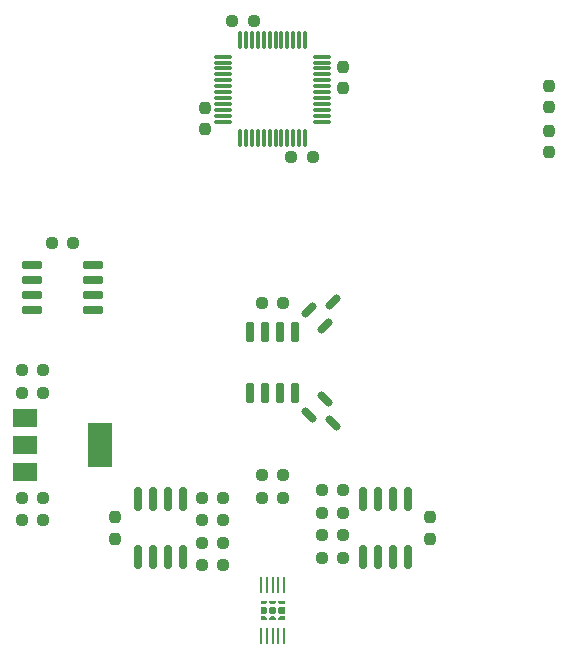
<source format=gtp>
G04 #@! TF.GenerationSoftware,KiCad,Pcbnew,(6.0.0)*
G04 #@! TF.CreationDate,2025-05-03T15:15:18+02:00*
G04 #@! TF.ProjectId,Smart Servo Control Board Rev.2,536d6172-7420-4536-9572-766f20436f6e,rev?*
G04 #@! TF.SameCoordinates,Original*
G04 #@! TF.FileFunction,Paste,Top*
G04 #@! TF.FilePolarity,Positive*
%FSLAX46Y46*%
G04 Gerber Fmt 4.6, Leading zero omitted, Abs format (unit mm)*
G04 Created by KiCad (PCBNEW (6.0.0)) date 2025-05-03 15:15:18*
%MOMM*%
%LPD*%
G01*
G04 APERTURE LIST*
G04 Aperture macros list*
%AMRoundRect*
0 Rectangle with rounded corners*
0 $1 Rounding radius*
0 $2 $3 $4 $5 $6 $7 $8 $9 X,Y pos of 4 corners*
0 Add a 4 corners polygon primitive as box body*
4,1,4,$2,$3,$4,$5,$6,$7,$8,$9,$2,$3,0*
0 Add four circle primitives for the rounded corners*
1,1,$1+$1,$2,$3*
1,1,$1+$1,$4,$5*
1,1,$1+$1,$6,$7*
1,1,$1+$1,$8,$9*
0 Add four rect primitives between the rounded corners*
20,1,$1+$1,$2,$3,$4,$5,0*
20,1,$1+$1,$4,$5,$6,$7,0*
20,1,$1+$1,$6,$7,$8,$9,0*
20,1,$1+$1,$8,$9,$2,$3,0*%
G04 Aperture macros list end*
%ADD10RoundRect,0.237500X-0.250000X-0.237500X0.250000X-0.237500X0.250000X0.237500X-0.250000X0.237500X0*%
%ADD11RoundRect,0.237500X-0.237500X0.250000X-0.237500X-0.250000X0.237500X-0.250000X0.237500X0.250000X0*%
%ADD12RoundRect,0.150000X0.150000X-0.825000X0.150000X0.825000X-0.150000X0.825000X-0.150000X-0.825000X0*%
%ADD13RoundRect,0.150000X-0.725000X-0.150000X0.725000X-0.150000X0.725000X0.150000X-0.725000X0.150000X0*%
%ADD14RoundRect,0.237500X0.250000X0.237500X-0.250000X0.237500X-0.250000X-0.237500X0.250000X-0.237500X0*%
%ADD15RoundRect,0.150000X-0.521491X0.309359X0.309359X-0.521491X0.521491X-0.309359X-0.309359X0.521491X0*%
%ADD16RoundRect,0.237500X0.237500X-0.250000X0.237500X0.250000X-0.237500X0.250000X-0.237500X-0.250000X0*%
%ADD17RoundRect,0.150000X-0.150000X0.825000X-0.150000X-0.825000X0.150000X-0.825000X0.150000X0.825000X0*%
%ADD18RoundRect,0.075000X0.662500X0.075000X-0.662500X0.075000X-0.662500X-0.075000X0.662500X-0.075000X0*%
%ADD19RoundRect,0.075000X0.075000X0.662500X-0.075000X0.662500X-0.075000X-0.662500X0.075000X-0.662500X0*%
%ADD20RoundRect,0.150000X-0.309359X-0.521491X0.521491X0.309359X0.309359X0.521491X-0.521491X-0.309359X0*%
%ADD21R,2.000000X1.500000*%
%ADD22R,2.000000X3.800000*%
%ADD23RoundRect,0.150000X-0.150000X0.725000X-0.150000X-0.725000X0.150000X-0.725000X0.150000X0.725000X0*%
%ADD24R,0.270000X1.411200*%
G04 APERTURE END LIST*
G36*
X176326220Y-104633549D02*
G01*
X176326220Y-104783498D01*
X175738820Y-104783498D01*
X175738820Y-104633549D01*
X175880241Y-104492128D01*
X176184799Y-104492128D01*
X176326220Y-104633549D01*
G37*
G36*
X175538820Y-103363307D02*
G01*
X175397399Y-103504728D01*
X175017450Y-103504728D01*
X175017450Y-103213358D01*
X175538820Y-103213358D01*
X175538820Y-103363307D01*
G37*
G36*
X175538820Y-103846149D02*
G01*
X175538820Y-104150707D01*
X175397399Y-104292128D01*
X175017450Y-104292128D01*
X175017450Y-103704728D01*
X175397399Y-103704728D01*
X175538820Y-103846149D01*
G37*
G36*
X177047590Y-103504728D02*
G01*
X176667641Y-103504728D01*
X176526220Y-103363307D01*
X176526220Y-103213358D01*
X177047590Y-103213358D01*
X177047590Y-103504728D01*
G37*
G36*
X176326220Y-103363307D02*
G01*
X176184799Y-103504728D01*
X175880241Y-103504728D01*
X175738820Y-103363307D01*
X175738820Y-103213358D01*
X176326220Y-103213358D01*
X176326220Y-103363307D01*
G37*
G36*
X176326220Y-103846149D02*
G01*
X176326220Y-104150707D01*
X176184799Y-104292128D01*
X175880241Y-104292128D01*
X175738820Y-104150707D01*
X175738820Y-103846149D01*
X175880241Y-103704728D01*
X176184799Y-103704728D01*
X176326220Y-103846149D01*
G37*
G36*
X177047590Y-104783498D02*
G01*
X176526220Y-104783498D01*
X176526220Y-104633549D01*
X176667641Y-104492128D01*
X177047590Y-104492128D01*
X177047590Y-104783498D01*
G37*
G36*
X175538820Y-104633549D02*
G01*
X175538820Y-104783498D01*
X175017450Y-104783498D01*
X175017450Y-104492128D01*
X175397399Y-104492128D01*
X175538820Y-104633549D01*
G37*
G36*
X177047590Y-104292128D02*
G01*
X176667641Y-104292128D01*
X176526220Y-104150707D01*
X176526220Y-103846149D01*
X176667641Y-103704728D01*
X177047590Y-103704728D01*
X177047590Y-104292128D01*
G37*
D10*
X157340020Y-72883428D03*
X159165020Y-72883428D03*
X175120020Y-77963428D03*
X176945020Y-77963428D03*
X180200020Y-93838428D03*
X182025020Y-93838428D03*
D11*
X162697520Y-96100928D03*
X162697520Y-97925928D03*
D10*
X180200020Y-97648428D03*
X182025020Y-97648428D03*
D12*
X183652520Y-99488428D03*
X184922520Y-99488428D03*
X186192520Y-99488428D03*
X187462520Y-99488428D03*
X187462520Y-94538428D03*
X186192520Y-94538428D03*
X184922520Y-94538428D03*
X183652520Y-94538428D03*
D10*
X154800020Y-96378428D03*
X156625020Y-96378428D03*
D13*
X155677520Y-74788428D03*
X155677520Y-76058428D03*
X155677520Y-77328428D03*
X155677520Y-78598428D03*
X160827520Y-78598428D03*
X160827520Y-77328428D03*
X160827520Y-76058428D03*
X160827520Y-74788428D03*
D14*
X171865020Y-100188428D03*
X170040020Y-100188428D03*
D15*
X180486359Y-86153764D03*
X179142856Y-87497267D03*
X181140433Y-88151341D03*
D14*
X182025020Y-95743428D03*
X180200020Y-95743428D03*
D16*
X199457520Y-61420928D03*
X199457520Y-59595928D03*
D14*
X171865020Y-96378428D03*
X170040020Y-96378428D03*
D17*
X168412520Y-94538428D03*
X167142520Y-94538428D03*
X165872520Y-94538428D03*
X164602520Y-94538428D03*
X164602520Y-99488428D03*
X165872520Y-99488428D03*
X167142520Y-99488428D03*
X168412520Y-99488428D03*
D10*
X154800020Y-94473428D03*
X156625020Y-94473428D03*
D14*
X182025020Y-99553428D03*
X180200020Y-99553428D03*
D10*
X177620020Y-65628428D03*
X179445020Y-65628428D03*
D11*
X199457520Y-63405928D03*
X199457520Y-65230928D03*
D16*
X182032520Y-59790928D03*
X182032520Y-57965928D03*
D18*
X180195020Y-62628428D03*
X180195020Y-62128428D03*
X180195020Y-61628428D03*
X180195020Y-61128428D03*
X180195020Y-60628428D03*
X180195020Y-60128428D03*
X180195020Y-59628428D03*
X180195020Y-59128428D03*
X180195020Y-58628428D03*
X180195020Y-58128428D03*
X180195020Y-57628428D03*
X180195020Y-57128428D03*
D19*
X178782520Y-55715928D03*
X178282520Y-55715928D03*
X177782520Y-55715928D03*
X177282520Y-55715928D03*
X176782520Y-55715928D03*
X176282520Y-55715928D03*
X175782520Y-55715928D03*
X175282520Y-55715928D03*
X174782520Y-55715928D03*
X174282520Y-55715928D03*
X173782520Y-55715928D03*
X173282520Y-55715928D03*
D18*
X171870020Y-57128428D03*
X171870020Y-57628428D03*
X171870020Y-58128428D03*
X171870020Y-58628428D03*
X171870020Y-59128428D03*
X171870020Y-59628428D03*
X171870020Y-60128428D03*
X171870020Y-60628428D03*
X171870020Y-61128428D03*
X171870020Y-61628428D03*
X171870020Y-62128428D03*
X171870020Y-62628428D03*
D19*
X173282520Y-64040928D03*
X173782520Y-64040928D03*
X174282520Y-64040928D03*
X174782520Y-64040928D03*
X175282520Y-64040928D03*
X175782520Y-64040928D03*
X176282520Y-64040928D03*
X176782520Y-64040928D03*
X177282520Y-64040928D03*
X177782520Y-64040928D03*
X178282520Y-64040928D03*
X178782520Y-64040928D03*
D16*
X189367520Y-97925928D03*
X189367520Y-96100928D03*
D14*
X176945020Y-94473428D03*
X175120020Y-94473428D03*
X156625020Y-85583428D03*
X154800020Y-85583428D03*
D20*
X179142856Y-78589589D03*
X180486359Y-79933092D03*
X181140433Y-77935515D03*
D11*
X170282520Y-61465928D03*
X170282520Y-63290928D03*
D21*
X155102520Y-87728428D03*
D22*
X161402520Y-90028428D03*
D21*
X155102520Y-90028428D03*
X155102520Y-92328428D03*
D10*
X170040020Y-94473428D03*
X171865020Y-94473428D03*
D14*
X174445020Y-54128428D03*
X172620020Y-54128428D03*
X156625020Y-83678428D03*
X154800020Y-83678428D03*
D10*
X170040020Y-98283428D03*
X171865020Y-98283428D03*
D23*
X177937520Y-80468428D03*
X176667520Y-80468428D03*
X175397520Y-80468428D03*
X174127520Y-80468428D03*
X174127520Y-85618428D03*
X175397520Y-85618428D03*
X176667520Y-85618428D03*
X177937520Y-85618428D03*
D24*
X177032521Y-101823429D03*
X176532519Y-101823429D03*
X176032520Y-101823429D03*
X175532521Y-101823429D03*
X175032519Y-101823429D03*
X175032519Y-106173427D03*
X175532521Y-106173427D03*
X176032520Y-106173427D03*
X176532519Y-106173427D03*
X177032521Y-106173427D03*
D10*
X175120020Y-92568428D03*
X176945020Y-92568428D03*
M02*

</source>
